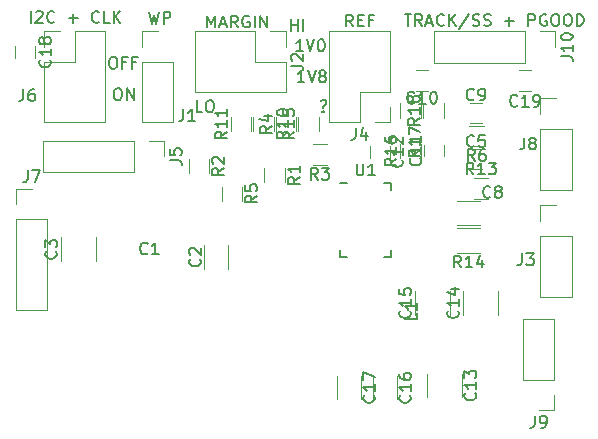
<source format=gto>
G04 #@! TF.FileFunction,Legend,Top*
%FSLAX46Y46*%
G04 Gerber Fmt 4.6, Leading zero omitted, Abs format (unit mm)*
G04 Created by KiCad (PCBNEW 4.0.7) date Sat Nov 18 21:15:49 2017*
%MOMM*%
%LPD*%
G01*
G04 APERTURE LIST*
%ADD10C,0.100000*%
%ADD11C,0.150000*%
%ADD12C,0.120000*%
G04 APERTURE END LIST*
D10*
D11*
X48972152Y-15670381D02*
X49543581Y-15670381D01*
X49257866Y-16670381D02*
X49257866Y-15670381D01*
X50448343Y-16670381D02*
X50115009Y-16194190D01*
X49876914Y-16670381D02*
X49876914Y-15670381D01*
X50257867Y-15670381D01*
X50353105Y-15718000D01*
X50400724Y-15765619D01*
X50448343Y-15860857D01*
X50448343Y-16003714D01*
X50400724Y-16098952D01*
X50353105Y-16146571D01*
X50257867Y-16194190D01*
X49876914Y-16194190D01*
X50829295Y-16384667D02*
X51305486Y-16384667D01*
X50734057Y-16670381D02*
X51067390Y-15670381D01*
X51400724Y-16670381D01*
X52305486Y-16575143D02*
X52257867Y-16622762D01*
X52115010Y-16670381D01*
X52019772Y-16670381D01*
X51876914Y-16622762D01*
X51781676Y-16527524D01*
X51734057Y-16432286D01*
X51686438Y-16241810D01*
X51686438Y-16098952D01*
X51734057Y-15908476D01*
X51781676Y-15813238D01*
X51876914Y-15718000D01*
X52019772Y-15670381D01*
X52115010Y-15670381D01*
X52257867Y-15718000D01*
X52305486Y-15765619D01*
X52734057Y-16670381D02*
X52734057Y-15670381D01*
X53305486Y-16670381D02*
X52876914Y-16098952D01*
X53305486Y-15670381D02*
X52734057Y-16241810D01*
X54448343Y-15622762D02*
X53591200Y-16908476D01*
X54734057Y-16622762D02*
X54876914Y-16670381D01*
X55115010Y-16670381D01*
X55210248Y-16622762D01*
X55257867Y-16575143D01*
X55305486Y-16479905D01*
X55305486Y-16384667D01*
X55257867Y-16289429D01*
X55210248Y-16241810D01*
X55115010Y-16194190D01*
X54924533Y-16146571D01*
X54829295Y-16098952D01*
X54781676Y-16051333D01*
X54734057Y-15956095D01*
X54734057Y-15860857D01*
X54781676Y-15765619D01*
X54829295Y-15718000D01*
X54924533Y-15670381D01*
X55162629Y-15670381D01*
X55305486Y-15718000D01*
X55686438Y-16622762D02*
X55829295Y-16670381D01*
X56067391Y-16670381D01*
X56162629Y-16622762D01*
X56210248Y-16575143D01*
X56257867Y-16479905D01*
X56257867Y-16384667D01*
X56210248Y-16289429D01*
X56162629Y-16241810D01*
X56067391Y-16194190D01*
X55876914Y-16146571D01*
X55781676Y-16098952D01*
X55734057Y-16051333D01*
X55686438Y-15956095D01*
X55686438Y-15860857D01*
X55734057Y-15765619D01*
X55781676Y-15718000D01*
X55876914Y-15670381D01*
X56115010Y-15670381D01*
X56257867Y-15718000D01*
X57448343Y-16289429D02*
X58210248Y-16289429D01*
X57829296Y-16670381D02*
X57829296Y-15908476D01*
X59448343Y-16670381D02*
X59448343Y-15670381D01*
X59829296Y-15670381D01*
X59924534Y-15718000D01*
X59972153Y-15765619D01*
X60019772Y-15860857D01*
X60019772Y-16003714D01*
X59972153Y-16098952D01*
X59924534Y-16146571D01*
X59829296Y-16194190D01*
X59448343Y-16194190D01*
X60972153Y-15718000D02*
X60876915Y-15670381D01*
X60734058Y-15670381D01*
X60591200Y-15718000D01*
X60495962Y-15813238D01*
X60448343Y-15908476D01*
X60400724Y-16098952D01*
X60400724Y-16241810D01*
X60448343Y-16432286D01*
X60495962Y-16527524D01*
X60591200Y-16622762D01*
X60734058Y-16670381D01*
X60829296Y-16670381D01*
X60972153Y-16622762D01*
X61019772Y-16575143D01*
X61019772Y-16241810D01*
X60829296Y-16241810D01*
X61638819Y-15670381D02*
X61829296Y-15670381D01*
X61924534Y-15718000D01*
X62019772Y-15813238D01*
X62067391Y-16003714D01*
X62067391Y-16337048D01*
X62019772Y-16527524D01*
X61924534Y-16622762D01*
X61829296Y-16670381D01*
X61638819Y-16670381D01*
X61543581Y-16622762D01*
X61448343Y-16527524D01*
X61400724Y-16337048D01*
X61400724Y-16003714D01*
X61448343Y-15813238D01*
X61543581Y-15718000D01*
X61638819Y-15670381D01*
X62686438Y-15670381D02*
X62876915Y-15670381D01*
X62972153Y-15718000D01*
X63067391Y-15813238D01*
X63115010Y-16003714D01*
X63115010Y-16337048D01*
X63067391Y-16527524D01*
X62972153Y-16622762D01*
X62876915Y-16670381D01*
X62686438Y-16670381D01*
X62591200Y-16622762D01*
X62495962Y-16527524D01*
X62448343Y-16337048D01*
X62448343Y-16003714D01*
X62495962Y-15813238D01*
X62591200Y-15718000D01*
X62686438Y-15670381D01*
X63543581Y-16670381D02*
X63543581Y-15670381D01*
X63781676Y-15670381D01*
X63924534Y-15718000D01*
X64019772Y-15813238D01*
X64067391Y-15908476D01*
X64115010Y-16098952D01*
X64115010Y-16241810D01*
X64067391Y-16432286D01*
X64019772Y-16527524D01*
X63924534Y-16622762D01*
X63781676Y-16670381D01*
X63543581Y-16670381D01*
X44589772Y-16721181D02*
X44256438Y-16244990D01*
X44018343Y-16721181D02*
X44018343Y-15721181D01*
X44399296Y-15721181D01*
X44494534Y-15768800D01*
X44542153Y-15816419D01*
X44589772Y-15911657D01*
X44589772Y-16054514D01*
X44542153Y-16149752D01*
X44494534Y-16197371D01*
X44399296Y-16244990D01*
X44018343Y-16244990D01*
X45018343Y-16197371D02*
X45351677Y-16197371D01*
X45494534Y-16721181D02*
X45018343Y-16721181D01*
X45018343Y-15721181D01*
X45494534Y-15721181D01*
X46256439Y-16197371D02*
X45923105Y-16197371D01*
X45923105Y-16721181D02*
X45923105Y-15721181D01*
X46399296Y-15721181D01*
X40478153Y-21445581D02*
X39906724Y-21445581D01*
X40192438Y-21445581D02*
X40192438Y-20445581D01*
X40097200Y-20588438D01*
X40001962Y-20683676D01*
X39906724Y-20731295D01*
X40763867Y-20445581D02*
X41097200Y-21445581D01*
X41430534Y-20445581D01*
X41906724Y-20874152D02*
X41811486Y-20826533D01*
X41763867Y-20778914D01*
X41716248Y-20683676D01*
X41716248Y-20636057D01*
X41763867Y-20540819D01*
X41811486Y-20493200D01*
X41906724Y-20445581D01*
X42097201Y-20445581D01*
X42192439Y-20493200D01*
X42240058Y-20540819D01*
X42287677Y-20636057D01*
X42287677Y-20683676D01*
X42240058Y-20778914D01*
X42192439Y-20826533D01*
X42097201Y-20874152D01*
X41906724Y-20874152D01*
X41811486Y-20921771D01*
X41763867Y-20969390D01*
X41716248Y-21064629D01*
X41716248Y-21255105D01*
X41763867Y-21350343D01*
X41811486Y-21397962D01*
X41906724Y-21445581D01*
X42097201Y-21445581D01*
X42192439Y-21397962D01*
X42240058Y-21350343D01*
X42287677Y-21255105D01*
X42287677Y-21064629D01*
X42240058Y-20969390D01*
X42192439Y-20921771D01*
X42097201Y-20874152D01*
X40376553Y-18803981D02*
X39805124Y-18803981D01*
X40090838Y-18803981D02*
X40090838Y-17803981D01*
X39995600Y-17946838D01*
X39900362Y-18042076D01*
X39805124Y-18089695D01*
X40662267Y-17803981D02*
X40995600Y-18803981D01*
X41328934Y-17803981D01*
X41852743Y-17803981D02*
X41947982Y-17803981D01*
X42043220Y-17851600D01*
X42090839Y-17899219D01*
X42138458Y-17994457D01*
X42186077Y-18184933D01*
X42186077Y-18423029D01*
X42138458Y-18613505D01*
X42090839Y-18708743D01*
X42043220Y-18756362D01*
X41947982Y-18803981D01*
X41852743Y-18803981D01*
X41757505Y-18756362D01*
X41709886Y-18708743D01*
X41662267Y-18613505D01*
X41614648Y-18423029D01*
X41614648Y-18184933D01*
X41662267Y-17994457D01*
X41709886Y-17899219D01*
X41757505Y-17851600D01*
X41852743Y-17803981D01*
X42052881Y-23877643D02*
X42100500Y-23925262D01*
X42052881Y-23972881D01*
X42005262Y-23925262D01*
X42052881Y-23877643D01*
X42052881Y-23972881D01*
X41862405Y-23020500D02*
X41957643Y-22972881D01*
X42195739Y-22972881D01*
X42290977Y-23020500D01*
X42338596Y-23115738D01*
X42338596Y-23210976D01*
X42290977Y-23306214D01*
X42243358Y-23353833D01*
X42148119Y-23401452D01*
X42100500Y-23449071D01*
X42052881Y-23544310D01*
X42052881Y-23591929D01*
X39354191Y-17127581D02*
X39354191Y-16127581D01*
X39354191Y-16603771D02*
X39925620Y-16603771D01*
X39925620Y-17127581D02*
X39925620Y-16127581D01*
X40401810Y-17127581D02*
X40401810Y-16127581D01*
X31853215Y-23972881D02*
X31377024Y-23972881D01*
X31377024Y-22972881D01*
X32377024Y-22972881D02*
X32567501Y-22972881D01*
X32662739Y-23020500D01*
X32757977Y-23115738D01*
X32805596Y-23306214D01*
X32805596Y-23639548D01*
X32757977Y-23830024D01*
X32662739Y-23925262D01*
X32567501Y-23972881D01*
X32377024Y-23972881D01*
X32281786Y-23925262D01*
X32186548Y-23830024D01*
X32138929Y-23639548D01*
X32138929Y-23306214D01*
X32186548Y-23115738D01*
X32281786Y-23020500D01*
X32377024Y-22972881D01*
X32274191Y-16797381D02*
X32274191Y-15797381D01*
X32607525Y-16511667D01*
X32940858Y-15797381D01*
X32940858Y-16797381D01*
X33369429Y-16511667D02*
X33845620Y-16511667D01*
X33274191Y-16797381D02*
X33607524Y-15797381D01*
X33940858Y-16797381D01*
X34845620Y-16797381D02*
X34512286Y-16321190D01*
X34274191Y-16797381D02*
X34274191Y-15797381D01*
X34655144Y-15797381D01*
X34750382Y-15845000D01*
X34798001Y-15892619D01*
X34845620Y-15987857D01*
X34845620Y-16130714D01*
X34798001Y-16225952D01*
X34750382Y-16273571D01*
X34655144Y-16321190D01*
X34274191Y-16321190D01*
X35798001Y-15845000D02*
X35702763Y-15797381D01*
X35559906Y-15797381D01*
X35417048Y-15845000D01*
X35321810Y-15940238D01*
X35274191Y-16035476D01*
X35226572Y-16225952D01*
X35226572Y-16368810D01*
X35274191Y-16559286D01*
X35321810Y-16654524D01*
X35417048Y-16749762D01*
X35559906Y-16797381D01*
X35655144Y-16797381D01*
X35798001Y-16749762D01*
X35845620Y-16702143D01*
X35845620Y-16368810D01*
X35655144Y-16368810D01*
X36274191Y-16797381D02*
X36274191Y-15797381D01*
X36750381Y-16797381D02*
X36750381Y-15797381D01*
X37321810Y-16797381D01*
X37321810Y-15797381D01*
X24590452Y-21956881D02*
X24780929Y-21956881D01*
X24876167Y-22004500D01*
X24971405Y-22099738D01*
X25019024Y-22290214D01*
X25019024Y-22623548D01*
X24971405Y-22814024D01*
X24876167Y-22909262D01*
X24780929Y-22956881D01*
X24590452Y-22956881D01*
X24495214Y-22909262D01*
X24399976Y-22814024D01*
X24352357Y-22623548D01*
X24352357Y-22290214D01*
X24399976Y-22099738D01*
X24495214Y-22004500D01*
X24590452Y-21956881D01*
X25447595Y-22956881D02*
X25447595Y-21956881D01*
X26019024Y-22956881D01*
X26019024Y-21956881D01*
X24193619Y-19289881D02*
X24384096Y-19289881D01*
X24479334Y-19337500D01*
X24574572Y-19432738D01*
X24622191Y-19623214D01*
X24622191Y-19956548D01*
X24574572Y-20147024D01*
X24479334Y-20242262D01*
X24384096Y-20289881D01*
X24193619Y-20289881D01*
X24098381Y-20242262D01*
X24003143Y-20147024D01*
X23955524Y-19956548D01*
X23955524Y-19623214D01*
X24003143Y-19432738D01*
X24098381Y-19337500D01*
X24193619Y-19289881D01*
X25384096Y-19766071D02*
X25050762Y-19766071D01*
X25050762Y-20289881D02*
X25050762Y-19289881D01*
X25526953Y-19289881D01*
X26241239Y-19766071D02*
X25907905Y-19766071D01*
X25907905Y-20289881D02*
X25907905Y-19289881D01*
X26384096Y-19289881D01*
X27328929Y-15479881D02*
X27567024Y-16479881D01*
X27757501Y-15765595D01*
X27947977Y-16479881D01*
X28186072Y-15479881D01*
X28567024Y-16479881D02*
X28567024Y-15479881D01*
X28947977Y-15479881D01*
X29043215Y-15527500D01*
X29090834Y-15575119D01*
X29138453Y-15670357D01*
X29138453Y-15813214D01*
X29090834Y-15908452D01*
X29043215Y-15956071D01*
X28947977Y-16003690D01*
X28567024Y-16003690D01*
X17320095Y-16416381D02*
X17320095Y-15416381D01*
X17748666Y-15511619D02*
X17796285Y-15464000D01*
X17891523Y-15416381D01*
X18129619Y-15416381D01*
X18224857Y-15464000D01*
X18272476Y-15511619D01*
X18320095Y-15606857D01*
X18320095Y-15702095D01*
X18272476Y-15844952D01*
X17701047Y-16416381D01*
X18320095Y-16416381D01*
X19320095Y-16321143D02*
X19272476Y-16368762D01*
X19129619Y-16416381D01*
X19034381Y-16416381D01*
X18891523Y-16368762D01*
X18796285Y-16273524D01*
X18748666Y-16178286D01*
X18701047Y-15987810D01*
X18701047Y-15844952D01*
X18748666Y-15654476D01*
X18796285Y-15559238D01*
X18891523Y-15464000D01*
X19034381Y-15416381D01*
X19129619Y-15416381D01*
X19272476Y-15464000D01*
X19320095Y-15511619D01*
X20510571Y-16035429D02*
X21272476Y-16035429D01*
X20891524Y-16416381D02*
X20891524Y-15654476D01*
X23082000Y-16321143D02*
X23034381Y-16368762D01*
X22891524Y-16416381D01*
X22796286Y-16416381D01*
X22653428Y-16368762D01*
X22558190Y-16273524D01*
X22510571Y-16178286D01*
X22462952Y-15987810D01*
X22462952Y-15844952D01*
X22510571Y-15654476D01*
X22558190Y-15559238D01*
X22653428Y-15464000D01*
X22796286Y-15416381D01*
X22891524Y-15416381D01*
X23034381Y-15464000D01*
X23082000Y-15511619D01*
X23986762Y-16416381D02*
X23510571Y-16416381D01*
X23510571Y-15416381D01*
X24320095Y-16416381D02*
X24320095Y-15416381D01*
X24891524Y-16416381D02*
X24462952Y-15844952D01*
X24891524Y-15416381D02*
X24320095Y-15987810D01*
D12*
X32000000Y-35251900D02*
X32000000Y-37251900D01*
X34040000Y-37251900D02*
X34040000Y-35251900D01*
X19856000Y-34585400D02*
X19856000Y-36585400D01*
X22816000Y-36585400D02*
X22816000Y-34585400D01*
X55387500Y-31517400D02*
X53387500Y-31517400D01*
X53387500Y-33557400D02*
X55387500Y-33557400D01*
X53804000Y-48111000D02*
X53804000Y-46111000D01*
X50844000Y-46111000D02*
X50844000Y-48111000D01*
X53892000Y-39125900D02*
X53892000Y-41125900D01*
X56852000Y-41125900D02*
X56852000Y-39125900D01*
X49828000Y-39125900D02*
X49828000Y-41125900D01*
X52788000Y-41125900D02*
X52788000Y-39125900D01*
X48327500Y-48301400D02*
X48327500Y-46301400D01*
X46287500Y-46301400D02*
X46287500Y-48301400D01*
X45279500Y-48301400D02*
X45279500Y-46301400D01*
X43239500Y-46301400D02*
X43239500Y-48301400D01*
X26737000Y-24850400D02*
X29397000Y-24850400D01*
X26737000Y-19710400D02*
X26737000Y-24850400D01*
X29397000Y-19710400D02*
X29397000Y-24850400D01*
X26737000Y-19710400D02*
X29397000Y-19710400D01*
X26737000Y-18440400D02*
X26737000Y-17110400D01*
X26737000Y-17110400D02*
X28067000Y-17110400D01*
X31182000Y-17110400D02*
X31182000Y-22310400D01*
X36322000Y-17110400D02*
X31182000Y-17110400D01*
X38922000Y-22310400D02*
X31182000Y-22310400D01*
X36322000Y-17110400D02*
X36322000Y-19710400D01*
X36322000Y-19710400D02*
X38922000Y-19710400D01*
X38922000Y-19710400D02*
X38922000Y-22310400D01*
X37592000Y-17110400D02*
X38922000Y-17110400D01*
X38922000Y-17110400D02*
X38922000Y-18440400D01*
X60442800Y-39595200D02*
X63102800Y-39595200D01*
X60442800Y-34455200D02*
X60442800Y-39595200D01*
X63102800Y-34455200D02*
X63102800Y-39595200D01*
X60442800Y-34455200D02*
X63102800Y-34455200D01*
X60442800Y-33185200D02*
X60442800Y-31855200D01*
X60442800Y-31855200D02*
X61772800Y-31855200D01*
X47748500Y-17110400D02*
X42548500Y-17110400D01*
X47748500Y-22250400D02*
X47748500Y-17110400D01*
X42548500Y-24850400D02*
X42548500Y-17110400D01*
X47748500Y-22250400D02*
X45148500Y-22250400D01*
X45148500Y-22250400D02*
X45148500Y-24850400D01*
X45148500Y-24850400D02*
X42548500Y-24850400D01*
X47748500Y-23520400D02*
X47748500Y-24850400D01*
X47748500Y-24850400D02*
X46418500Y-24850400D01*
X18355000Y-26381400D02*
X18355000Y-29041400D01*
X26035000Y-26381400D02*
X18355000Y-26381400D01*
X26035000Y-29041400D02*
X18355000Y-29041400D01*
X26035000Y-26381400D02*
X26035000Y-29041400D01*
X27305000Y-26381400D02*
X28635000Y-26381400D01*
X28635000Y-26381400D02*
X28635000Y-27711400D01*
X60442800Y-30552800D02*
X63102800Y-30552800D01*
X60442800Y-25412800D02*
X60442800Y-30552800D01*
X63102800Y-25412800D02*
X63102800Y-30552800D01*
X60442800Y-25412800D02*
X63102800Y-25412800D01*
X60442800Y-24142800D02*
X60442800Y-22812800D01*
X60442800Y-22812800D02*
X61772800Y-22812800D01*
D11*
X47781500Y-29996600D02*
X47781500Y-30596600D01*
X43531500Y-36246600D02*
X43531500Y-35646600D01*
X47781500Y-36246600D02*
X47781500Y-35646600D01*
X43531500Y-29996600D02*
X44131500Y-29996600D01*
X43531500Y-36246600D02*
X44131500Y-36246600D01*
X47781500Y-36246600D02*
X47181500Y-36246600D01*
X47781500Y-29996600D02*
X47181500Y-29996600D01*
D12*
X61655000Y-41494400D02*
X58995000Y-41494400D01*
X61655000Y-46634400D02*
X61655000Y-41494400D01*
X58995000Y-46634400D02*
X58995000Y-41494400D01*
X61655000Y-46634400D02*
X58995000Y-46634400D01*
X61655000Y-47904400D02*
X61655000Y-49234400D01*
X61655000Y-49234400D02*
X60325000Y-49234400D01*
X55507000Y-23178400D02*
X54507000Y-23178400D01*
X54507000Y-24878400D02*
X55507000Y-24878400D01*
X49935000Y-22147900D02*
X50935000Y-22147900D01*
X50935000Y-20447900D02*
X49935000Y-20447900D01*
X50585000Y-26719400D02*
X50585000Y-27719400D01*
X52285000Y-27719400D02*
X52285000Y-26719400D01*
X47713000Y-27846400D02*
X47713000Y-26846400D01*
X46013000Y-26846400D02*
X46013000Y-27846400D01*
X37093000Y-29896400D02*
X37093000Y-28696400D01*
X38853000Y-28696400D02*
X38853000Y-29896400D01*
X30679500Y-29139400D02*
X30679500Y-27939400D01*
X32439500Y-27939400D02*
X32439500Y-29139400D01*
X41185500Y-26704400D02*
X42385500Y-26704400D01*
X42385500Y-28464400D02*
X41185500Y-28464400D01*
X39805500Y-24378400D02*
X39805500Y-25578400D01*
X38045500Y-25578400D02*
X38045500Y-24378400D01*
X33473500Y-31483900D02*
X33473500Y-30283900D01*
X35233500Y-30283900D02*
X35233500Y-31483900D01*
X54454500Y-25116900D02*
X55654500Y-25116900D01*
X55654500Y-26876900D02*
X54454500Y-26876900D01*
X36140500Y-25578400D02*
X36140500Y-24378400D01*
X37900500Y-24378400D02*
X37900500Y-25578400D01*
X35995500Y-24380900D02*
X35995500Y-25580900D01*
X34235500Y-25580900D02*
X34235500Y-24380900D01*
X56035500Y-31321900D02*
X54835500Y-31321900D01*
X54835500Y-29561900D02*
X56035500Y-29561900D01*
X53388000Y-33753400D02*
X55388000Y-33753400D01*
X55388000Y-35893400D02*
X53388000Y-35893400D01*
X41710500Y-24378400D02*
X41710500Y-25578400D01*
X39950500Y-25578400D02*
X39950500Y-24378400D01*
X50346500Y-26669400D02*
X50346500Y-27869400D01*
X48586500Y-27869400D02*
X48586500Y-26669400D01*
X48586500Y-24440400D02*
X48586500Y-23240400D01*
X50346500Y-23240400D02*
X50346500Y-24440400D01*
X52315000Y-23237900D02*
X52315000Y-24437900D01*
X50555000Y-24437900D02*
X50555000Y-23237900D01*
X55507000Y-27115400D02*
X54507000Y-27115400D01*
X54507000Y-28815400D02*
X55507000Y-28815400D01*
X18418500Y-24850400D02*
X23618500Y-24850400D01*
X18418500Y-19710400D02*
X18418500Y-24850400D01*
X23618500Y-17110400D02*
X23618500Y-24850400D01*
X18418500Y-19710400D02*
X21018500Y-19710400D01*
X21018500Y-19710400D02*
X21018500Y-17110400D01*
X21018500Y-17110400D02*
X23618500Y-17110400D01*
X18418500Y-18440400D02*
X18418500Y-17110400D01*
X18418500Y-17110400D02*
X19748500Y-17110400D01*
X17677500Y-19404900D02*
X17677500Y-18404900D01*
X15977500Y-18404900D02*
X15977500Y-19404900D01*
X16069000Y-40725400D02*
X18729000Y-40725400D01*
X16069000Y-33045400D02*
X16069000Y-40725400D01*
X18729000Y-33045400D02*
X18729000Y-40725400D01*
X16069000Y-33045400D02*
X18729000Y-33045400D01*
X16069000Y-31775400D02*
X16069000Y-30445400D01*
X16069000Y-30445400D02*
X17399000Y-30445400D01*
X51451200Y-17123200D02*
X51451200Y-19783200D01*
X59131200Y-17123200D02*
X51451200Y-17123200D01*
X59131200Y-19783200D02*
X51451200Y-19783200D01*
X59131200Y-17123200D02*
X59131200Y-19783200D01*
X60401200Y-17123200D02*
X61731200Y-17123200D01*
X61731200Y-17123200D02*
X61731200Y-18453200D01*
X58651200Y-22148000D02*
X59651200Y-22148000D01*
X59651200Y-20448000D02*
X58651200Y-20448000D01*
D11*
X27201834Y-35928543D02*
X27154215Y-35976162D01*
X27011358Y-36023781D01*
X26916120Y-36023781D01*
X26773262Y-35976162D01*
X26678024Y-35880924D01*
X26630405Y-35785686D01*
X26582786Y-35595210D01*
X26582786Y-35452352D01*
X26630405Y-35261876D01*
X26678024Y-35166638D01*
X26773262Y-35071400D01*
X26916120Y-35023781D01*
X27011358Y-35023781D01*
X27154215Y-35071400D01*
X27201834Y-35119019D01*
X28154215Y-36023781D02*
X27582786Y-36023781D01*
X27868500Y-36023781D02*
X27868500Y-35023781D01*
X27773262Y-35166638D01*
X27678024Y-35261876D01*
X27582786Y-35309495D01*
X31627143Y-36418566D02*
X31674762Y-36466185D01*
X31722381Y-36609042D01*
X31722381Y-36704280D01*
X31674762Y-36847138D01*
X31579524Y-36942376D01*
X31484286Y-36989995D01*
X31293810Y-37037614D01*
X31150952Y-37037614D01*
X30960476Y-36989995D01*
X30865238Y-36942376D01*
X30770000Y-36847138D01*
X30722381Y-36704280D01*
X30722381Y-36609042D01*
X30770000Y-36466185D01*
X30817619Y-36418566D01*
X30817619Y-36037614D02*
X30770000Y-35989995D01*
X30722381Y-35894757D01*
X30722381Y-35656661D01*
X30770000Y-35561423D01*
X30817619Y-35513804D01*
X30912857Y-35466185D01*
X31008095Y-35466185D01*
X31150952Y-35513804D01*
X31722381Y-36085233D01*
X31722381Y-35466185D01*
X19443143Y-35752066D02*
X19490762Y-35799685D01*
X19538381Y-35942542D01*
X19538381Y-36037780D01*
X19490762Y-36180638D01*
X19395524Y-36275876D01*
X19300286Y-36323495D01*
X19109810Y-36371114D01*
X18966952Y-36371114D01*
X18776476Y-36323495D01*
X18681238Y-36275876D01*
X18586000Y-36180638D01*
X18538381Y-36037780D01*
X18538381Y-35942542D01*
X18586000Y-35799685D01*
X18633619Y-35752066D01*
X18538381Y-35418733D02*
X18538381Y-34799685D01*
X18919333Y-35133019D01*
X18919333Y-34990161D01*
X18966952Y-34894923D01*
X19014571Y-34847304D01*
X19109810Y-34799685D01*
X19347905Y-34799685D01*
X19443143Y-34847304D01*
X19490762Y-34894923D01*
X19538381Y-34990161D01*
X19538381Y-35275876D01*
X19490762Y-35371114D01*
X19443143Y-35418733D01*
X56221334Y-31144543D02*
X56173715Y-31192162D01*
X56030858Y-31239781D01*
X55935620Y-31239781D01*
X55792762Y-31192162D01*
X55697524Y-31096924D01*
X55649905Y-31001686D01*
X55602286Y-30811210D01*
X55602286Y-30668352D01*
X55649905Y-30477876D01*
X55697524Y-30382638D01*
X55792762Y-30287400D01*
X55935620Y-30239781D01*
X56030858Y-30239781D01*
X56173715Y-30287400D01*
X56221334Y-30335019D01*
X56792762Y-30668352D02*
X56697524Y-30620733D01*
X56649905Y-30573114D01*
X56602286Y-30477876D01*
X56602286Y-30430257D01*
X56649905Y-30335019D01*
X56697524Y-30287400D01*
X56792762Y-30239781D01*
X56983239Y-30239781D01*
X57078477Y-30287400D01*
X57126096Y-30335019D01*
X57173715Y-30430257D01*
X57173715Y-30477876D01*
X57126096Y-30573114D01*
X57078477Y-30620733D01*
X56983239Y-30668352D01*
X56792762Y-30668352D01*
X56697524Y-30715971D01*
X56649905Y-30763590D01*
X56602286Y-30858829D01*
X56602286Y-31049305D01*
X56649905Y-31144543D01*
X56697524Y-31192162D01*
X56792762Y-31239781D01*
X56983239Y-31239781D01*
X57078477Y-31192162D01*
X57126096Y-31144543D01*
X57173715Y-31049305D01*
X57173715Y-30858829D01*
X57126096Y-30763590D01*
X57078477Y-30715971D01*
X56983239Y-30668352D01*
X54931143Y-47753857D02*
X54978762Y-47801476D01*
X55026381Y-47944333D01*
X55026381Y-48039571D01*
X54978762Y-48182429D01*
X54883524Y-48277667D01*
X54788286Y-48325286D01*
X54597810Y-48372905D01*
X54454952Y-48372905D01*
X54264476Y-48325286D01*
X54169238Y-48277667D01*
X54074000Y-48182429D01*
X54026381Y-48039571D01*
X54026381Y-47944333D01*
X54074000Y-47801476D01*
X54121619Y-47753857D01*
X55026381Y-46801476D02*
X55026381Y-47372905D01*
X55026381Y-47087191D02*
X54026381Y-47087191D01*
X54169238Y-47182429D01*
X54264476Y-47277667D01*
X54312095Y-47372905D01*
X54026381Y-46468143D02*
X54026381Y-45849095D01*
X54407333Y-46182429D01*
X54407333Y-46039571D01*
X54454952Y-45944333D01*
X54502571Y-45896714D01*
X54597810Y-45849095D01*
X54835905Y-45849095D01*
X54931143Y-45896714D01*
X54978762Y-45944333D01*
X55026381Y-46039571D01*
X55026381Y-46325286D01*
X54978762Y-46420524D01*
X54931143Y-46468143D01*
X53479143Y-40768757D02*
X53526762Y-40816376D01*
X53574381Y-40959233D01*
X53574381Y-41054471D01*
X53526762Y-41197329D01*
X53431524Y-41292567D01*
X53336286Y-41340186D01*
X53145810Y-41387805D01*
X53002952Y-41387805D01*
X52812476Y-41340186D01*
X52717238Y-41292567D01*
X52622000Y-41197329D01*
X52574381Y-41054471D01*
X52574381Y-40959233D01*
X52622000Y-40816376D01*
X52669619Y-40768757D01*
X53574381Y-39816376D02*
X53574381Y-40387805D01*
X53574381Y-40102091D02*
X52574381Y-40102091D01*
X52717238Y-40197329D01*
X52812476Y-40292567D01*
X52860095Y-40387805D01*
X52907714Y-38959233D02*
X53574381Y-38959233D01*
X52526762Y-39197329D02*
X53241048Y-39435424D01*
X53241048Y-38816376D01*
X49415143Y-40768757D02*
X49462762Y-40816376D01*
X49510381Y-40959233D01*
X49510381Y-41054471D01*
X49462762Y-41197329D01*
X49367524Y-41292567D01*
X49272286Y-41340186D01*
X49081810Y-41387805D01*
X48938952Y-41387805D01*
X48748476Y-41340186D01*
X48653238Y-41292567D01*
X48558000Y-41197329D01*
X48510381Y-41054471D01*
X48510381Y-40959233D01*
X48558000Y-40816376D01*
X48605619Y-40768757D01*
X49510381Y-39816376D02*
X49510381Y-40387805D01*
X49510381Y-40102091D02*
X48510381Y-40102091D01*
X48653238Y-40197329D01*
X48748476Y-40292567D01*
X48796095Y-40387805D01*
X48510381Y-38911614D02*
X48510381Y-39387805D01*
X48986571Y-39435424D01*
X48938952Y-39387805D01*
X48891333Y-39292567D01*
X48891333Y-39054471D01*
X48938952Y-38959233D01*
X48986571Y-38911614D01*
X49081810Y-38863995D01*
X49319905Y-38863995D01*
X49415143Y-38911614D01*
X49462762Y-38959233D01*
X49510381Y-39054471D01*
X49510381Y-39292567D01*
X49462762Y-39387805D01*
X49415143Y-39435424D01*
X49414643Y-47944257D02*
X49462262Y-47991876D01*
X49509881Y-48134733D01*
X49509881Y-48229971D01*
X49462262Y-48372829D01*
X49367024Y-48468067D01*
X49271786Y-48515686D01*
X49081310Y-48563305D01*
X48938452Y-48563305D01*
X48747976Y-48515686D01*
X48652738Y-48468067D01*
X48557500Y-48372829D01*
X48509881Y-48229971D01*
X48509881Y-48134733D01*
X48557500Y-47991876D01*
X48605119Y-47944257D01*
X49509881Y-46991876D02*
X49509881Y-47563305D01*
X49509881Y-47277591D02*
X48509881Y-47277591D01*
X48652738Y-47372829D01*
X48747976Y-47468067D01*
X48795595Y-47563305D01*
X48509881Y-46134733D02*
X48509881Y-46325210D01*
X48557500Y-46420448D01*
X48605119Y-46468067D01*
X48747976Y-46563305D01*
X48938452Y-46610924D01*
X49319405Y-46610924D01*
X49414643Y-46563305D01*
X49462262Y-46515686D01*
X49509881Y-46420448D01*
X49509881Y-46229971D01*
X49462262Y-46134733D01*
X49414643Y-46087114D01*
X49319405Y-46039495D01*
X49081310Y-46039495D01*
X48986071Y-46087114D01*
X48938452Y-46134733D01*
X48890833Y-46229971D01*
X48890833Y-46420448D01*
X48938452Y-46515686D01*
X48986071Y-46563305D01*
X49081310Y-46610924D01*
X46366643Y-47944257D02*
X46414262Y-47991876D01*
X46461881Y-48134733D01*
X46461881Y-48229971D01*
X46414262Y-48372829D01*
X46319024Y-48468067D01*
X46223786Y-48515686D01*
X46033310Y-48563305D01*
X45890452Y-48563305D01*
X45699976Y-48515686D01*
X45604738Y-48468067D01*
X45509500Y-48372829D01*
X45461881Y-48229971D01*
X45461881Y-48134733D01*
X45509500Y-47991876D01*
X45557119Y-47944257D01*
X46461881Y-46991876D02*
X46461881Y-47563305D01*
X46461881Y-47277591D02*
X45461881Y-47277591D01*
X45604738Y-47372829D01*
X45699976Y-47468067D01*
X45747595Y-47563305D01*
X45461881Y-46658543D02*
X45461881Y-45991876D01*
X46461881Y-46420448D01*
X30210167Y-23734881D02*
X30210167Y-24449167D01*
X30162547Y-24592024D01*
X30067309Y-24687262D01*
X29924452Y-24734881D01*
X29829214Y-24734881D01*
X31210167Y-24734881D02*
X30638738Y-24734881D01*
X30924452Y-24734881D02*
X30924452Y-23734881D01*
X30829214Y-23877738D01*
X30733976Y-23972976D01*
X30638738Y-24020595D01*
X39374381Y-20043733D02*
X40088667Y-20043733D01*
X40231524Y-20091353D01*
X40326762Y-20186591D01*
X40374381Y-20329448D01*
X40374381Y-20424686D01*
X39469619Y-19615162D02*
X39422000Y-19567543D01*
X39374381Y-19472305D01*
X39374381Y-19234209D01*
X39422000Y-19138971D01*
X39469619Y-19091352D01*
X39564857Y-19043733D01*
X39660095Y-19043733D01*
X39802952Y-19091352D01*
X40374381Y-19662781D01*
X40374381Y-19043733D01*
X58899467Y-35939581D02*
X58899467Y-36653867D01*
X58851847Y-36796724D01*
X58756609Y-36891962D01*
X58613752Y-36939581D01*
X58518514Y-36939581D01*
X59280419Y-35939581D02*
X59899467Y-35939581D01*
X59566133Y-36320533D01*
X59708991Y-36320533D01*
X59804229Y-36368152D01*
X59851848Y-36415771D01*
X59899467Y-36511010D01*
X59899467Y-36749105D01*
X59851848Y-36844343D01*
X59804229Y-36891962D01*
X59708991Y-36939581D01*
X59423276Y-36939581D01*
X59328038Y-36891962D01*
X59280419Y-36844343D01*
X44815167Y-25302781D02*
X44815167Y-26017067D01*
X44767547Y-26159924D01*
X44672309Y-26255162D01*
X44529452Y-26302781D01*
X44434214Y-26302781D01*
X45719929Y-25636114D02*
X45719929Y-26302781D01*
X45481833Y-25255162D02*
X45243738Y-25969448D01*
X45862786Y-25969448D01*
X29087381Y-28044733D02*
X29801667Y-28044733D01*
X29944524Y-28092353D01*
X30039762Y-28187591D01*
X30087381Y-28330448D01*
X30087381Y-28425686D01*
X29087381Y-27092352D02*
X29087381Y-27568543D01*
X29563571Y-27616162D01*
X29515952Y-27568543D01*
X29468333Y-27473305D01*
X29468333Y-27235209D01*
X29515952Y-27139971D01*
X29563571Y-27092352D01*
X29658810Y-27044733D01*
X29896905Y-27044733D01*
X29992143Y-27092352D01*
X30039762Y-27139971D01*
X30087381Y-27235209D01*
X30087381Y-27473305D01*
X30039762Y-27568543D01*
X29992143Y-27616162D01*
X59089967Y-26135181D02*
X59089967Y-26849467D01*
X59042347Y-26992324D01*
X58947109Y-27087562D01*
X58804252Y-27135181D01*
X58709014Y-27135181D01*
X59709014Y-26563752D02*
X59613776Y-26516133D01*
X59566157Y-26468514D01*
X59518538Y-26373276D01*
X59518538Y-26325657D01*
X59566157Y-26230419D01*
X59613776Y-26182800D01*
X59709014Y-26135181D01*
X59899491Y-26135181D01*
X59994729Y-26182800D01*
X60042348Y-26230419D01*
X60089967Y-26325657D01*
X60089967Y-26373276D01*
X60042348Y-26468514D01*
X59994729Y-26516133D01*
X59899491Y-26563752D01*
X59709014Y-26563752D01*
X59613776Y-26611371D01*
X59566157Y-26658990D01*
X59518538Y-26754229D01*
X59518538Y-26944705D01*
X59566157Y-27039943D01*
X59613776Y-27087562D01*
X59709014Y-27135181D01*
X59899491Y-27135181D01*
X59994729Y-27087562D01*
X60042348Y-27039943D01*
X60089967Y-26944705D01*
X60089967Y-26754229D01*
X60042348Y-26658990D01*
X59994729Y-26611371D01*
X59899491Y-26563752D01*
X49985081Y-40992066D02*
X49985081Y-41468257D01*
X48985081Y-41468257D01*
X49985081Y-40134923D02*
X49985081Y-40706352D01*
X49985081Y-40420638D02*
X48985081Y-40420638D01*
X49127938Y-40515876D01*
X49223176Y-40611114D01*
X49270795Y-40706352D01*
X44894595Y-28323981D02*
X44894595Y-29133505D01*
X44942214Y-29228743D01*
X44989833Y-29276362D01*
X45085071Y-29323981D01*
X45275548Y-29323981D01*
X45370786Y-29276362D01*
X45418405Y-29228743D01*
X45466024Y-29133505D01*
X45466024Y-28323981D01*
X46466024Y-29323981D02*
X45894595Y-29323981D01*
X46180309Y-29323981D02*
X46180309Y-28323981D01*
X46085071Y-28466838D01*
X45989833Y-28562076D01*
X45894595Y-28609695D01*
X59991667Y-49686781D02*
X59991667Y-50401067D01*
X59944047Y-50543924D01*
X59848809Y-50639162D01*
X59705952Y-50686781D01*
X59610714Y-50686781D01*
X60515476Y-50686781D02*
X60705952Y-50686781D01*
X60801191Y-50639162D01*
X60848810Y-50591543D01*
X60944048Y-50448686D01*
X60991667Y-50258210D01*
X60991667Y-49877257D01*
X60944048Y-49782019D01*
X60896429Y-49734400D01*
X60801191Y-49686781D01*
X60610714Y-49686781D01*
X60515476Y-49734400D01*
X60467857Y-49782019D01*
X60420238Y-49877257D01*
X60420238Y-50115352D01*
X60467857Y-50210590D01*
X60515476Y-50258210D01*
X60610714Y-50305829D01*
X60801191Y-50305829D01*
X60896429Y-50258210D01*
X60944048Y-50210590D01*
X60991667Y-50115352D01*
X54840334Y-22885543D02*
X54792715Y-22933162D01*
X54649858Y-22980781D01*
X54554620Y-22980781D01*
X54411762Y-22933162D01*
X54316524Y-22837924D01*
X54268905Y-22742686D01*
X54221286Y-22552210D01*
X54221286Y-22409352D01*
X54268905Y-22218876D01*
X54316524Y-22123638D01*
X54411762Y-22028400D01*
X54554620Y-21980781D01*
X54649858Y-21980781D01*
X54792715Y-22028400D01*
X54840334Y-22076019D01*
X55316524Y-22980781D02*
X55507000Y-22980781D01*
X55602239Y-22933162D01*
X55649858Y-22885543D01*
X55745096Y-22742686D01*
X55792715Y-22552210D01*
X55792715Y-22171257D01*
X55745096Y-22076019D01*
X55697477Y-22028400D01*
X55602239Y-21980781D01*
X55411762Y-21980781D01*
X55316524Y-22028400D01*
X55268905Y-22076019D01*
X55221286Y-22171257D01*
X55221286Y-22409352D01*
X55268905Y-22504590D01*
X55316524Y-22552210D01*
X55411762Y-22599829D01*
X55602239Y-22599829D01*
X55697477Y-22552210D01*
X55745096Y-22504590D01*
X55792715Y-22409352D01*
X49792143Y-23155043D02*
X49744524Y-23202662D01*
X49601667Y-23250281D01*
X49506429Y-23250281D01*
X49363571Y-23202662D01*
X49268333Y-23107424D01*
X49220714Y-23012186D01*
X49173095Y-22821710D01*
X49173095Y-22678852D01*
X49220714Y-22488376D01*
X49268333Y-22393138D01*
X49363571Y-22297900D01*
X49506429Y-22250281D01*
X49601667Y-22250281D01*
X49744524Y-22297900D01*
X49792143Y-22345519D01*
X50744524Y-23250281D02*
X50173095Y-23250281D01*
X50458809Y-23250281D02*
X50458809Y-22250281D01*
X50363571Y-22393138D01*
X50268333Y-22488376D01*
X50173095Y-22535995D01*
X51363571Y-22250281D02*
X51458810Y-22250281D01*
X51554048Y-22297900D01*
X51601667Y-22345519D01*
X51649286Y-22440757D01*
X51696905Y-22631233D01*
X51696905Y-22869329D01*
X51649286Y-23059805D01*
X51601667Y-23155043D01*
X51554048Y-23202662D01*
X51458810Y-23250281D01*
X51363571Y-23250281D01*
X51268333Y-23202662D01*
X51220714Y-23155043D01*
X51173095Y-23059805D01*
X51125476Y-22869329D01*
X51125476Y-22631233D01*
X51173095Y-22440757D01*
X51220714Y-22345519D01*
X51268333Y-22297900D01*
X51363571Y-22250281D01*
X50292143Y-27862257D02*
X50339762Y-27909876D01*
X50387381Y-28052733D01*
X50387381Y-28147971D01*
X50339762Y-28290829D01*
X50244524Y-28386067D01*
X50149286Y-28433686D01*
X49958810Y-28481305D01*
X49815952Y-28481305D01*
X49625476Y-28433686D01*
X49530238Y-28386067D01*
X49435000Y-28290829D01*
X49387381Y-28147971D01*
X49387381Y-28052733D01*
X49435000Y-27909876D01*
X49482619Y-27862257D01*
X50387381Y-26909876D02*
X50387381Y-27481305D01*
X50387381Y-27195591D02*
X49387381Y-27195591D01*
X49530238Y-27290829D01*
X49625476Y-27386067D01*
X49673095Y-27481305D01*
X50387381Y-25957495D02*
X50387381Y-26528924D01*
X50387381Y-26243210D02*
X49387381Y-26243210D01*
X49530238Y-26338448D01*
X49625476Y-26433686D01*
X49673095Y-26528924D01*
X48720143Y-27989257D02*
X48767762Y-28036876D01*
X48815381Y-28179733D01*
X48815381Y-28274971D01*
X48767762Y-28417829D01*
X48672524Y-28513067D01*
X48577286Y-28560686D01*
X48386810Y-28608305D01*
X48243952Y-28608305D01*
X48053476Y-28560686D01*
X47958238Y-28513067D01*
X47863000Y-28417829D01*
X47815381Y-28274971D01*
X47815381Y-28179733D01*
X47863000Y-28036876D01*
X47910619Y-27989257D01*
X48815381Y-27036876D02*
X48815381Y-27608305D01*
X48815381Y-27322591D02*
X47815381Y-27322591D01*
X47958238Y-27417829D01*
X48053476Y-27513067D01*
X48101095Y-27608305D01*
X47910619Y-26655924D02*
X47863000Y-26608305D01*
X47815381Y-26513067D01*
X47815381Y-26274971D01*
X47863000Y-26179733D01*
X47910619Y-26132114D01*
X48005857Y-26084495D01*
X48101095Y-26084495D01*
X48243952Y-26132114D01*
X48815381Y-26703543D01*
X48815381Y-26084495D01*
X40075381Y-29463066D02*
X39599190Y-29796400D01*
X40075381Y-30034495D02*
X39075381Y-30034495D01*
X39075381Y-29653542D01*
X39123000Y-29558304D01*
X39170619Y-29510685D01*
X39265857Y-29463066D01*
X39408714Y-29463066D01*
X39503952Y-29510685D01*
X39551571Y-29558304D01*
X39599190Y-29653542D01*
X39599190Y-30034495D01*
X40075381Y-28510685D02*
X40075381Y-29082114D01*
X40075381Y-28796400D02*
X39075381Y-28796400D01*
X39218238Y-28891638D01*
X39313476Y-28986876D01*
X39361095Y-29082114D01*
X33661881Y-28706066D02*
X33185690Y-29039400D01*
X33661881Y-29277495D02*
X32661881Y-29277495D01*
X32661881Y-28896542D01*
X32709500Y-28801304D01*
X32757119Y-28753685D01*
X32852357Y-28706066D01*
X32995214Y-28706066D01*
X33090452Y-28753685D01*
X33138071Y-28801304D01*
X33185690Y-28896542D01*
X33185690Y-29277495D01*
X32757119Y-28325114D02*
X32709500Y-28277495D01*
X32661881Y-28182257D01*
X32661881Y-27944161D01*
X32709500Y-27848923D01*
X32757119Y-27801304D01*
X32852357Y-27753685D01*
X32947595Y-27753685D01*
X33090452Y-27801304D01*
X33661881Y-28372733D01*
X33661881Y-27753685D01*
X41618834Y-29686781D02*
X41285500Y-29210590D01*
X41047405Y-29686781D02*
X41047405Y-28686781D01*
X41428358Y-28686781D01*
X41523596Y-28734400D01*
X41571215Y-28782019D01*
X41618834Y-28877257D01*
X41618834Y-29020114D01*
X41571215Y-29115352D01*
X41523596Y-29162971D01*
X41428358Y-29210590D01*
X41047405Y-29210590D01*
X41952167Y-28686781D02*
X42571215Y-28686781D01*
X42237881Y-29067733D01*
X42380739Y-29067733D01*
X42475977Y-29115352D01*
X42523596Y-29162971D01*
X42571215Y-29258210D01*
X42571215Y-29496305D01*
X42523596Y-29591543D01*
X42475977Y-29639162D01*
X42380739Y-29686781D01*
X42095024Y-29686781D01*
X41999786Y-29639162D01*
X41952167Y-29591543D01*
X37727881Y-25145066D02*
X37251690Y-25478400D01*
X37727881Y-25716495D02*
X36727881Y-25716495D01*
X36727881Y-25335542D01*
X36775500Y-25240304D01*
X36823119Y-25192685D01*
X36918357Y-25145066D01*
X37061214Y-25145066D01*
X37156452Y-25192685D01*
X37204071Y-25240304D01*
X37251690Y-25335542D01*
X37251690Y-25716495D01*
X37061214Y-24287923D02*
X37727881Y-24287923D01*
X36680262Y-24526019D02*
X37394548Y-24764114D01*
X37394548Y-24145066D01*
X36455881Y-31050566D02*
X35979690Y-31383900D01*
X36455881Y-31621995D02*
X35455881Y-31621995D01*
X35455881Y-31241042D01*
X35503500Y-31145804D01*
X35551119Y-31098185D01*
X35646357Y-31050566D01*
X35789214Y-31050566D01*
X35884452Y-31098185D01*
X35932071Y-31145804D01*
X35979690Y-31241042D01*
X35979690Y-31621995D01*
X35455881Y-30145804D02*
X35455881Y-30621995D01*
X35932071Y-30669614D01*
X35884452Y-30621995D01*
X35836833Y-30526757D01*
X35836833Y-30288661D01*
X35884452Y-30193423D01*
X35932071Y-30145804D01*
X36027310Y-30098185D01*
X36265405Y-30098185D01*
X36360643Y-30145804D01*
X36408262Y-30193423D01*
X36455881Y-30288661D01*
X36455881Y-30526757D01*
X36408262Y-30621995D01*
X36360643Y-30669614D01*
X54887834Y-28099281D02*
X54554500Y-27623090D01*
X54316405Y-28099281D02*
X54316405Y-27099281D01*
X54697358Y-27099281D01*
X54792596Y-27146900D01*
X54840215Y-27194519D01*
X54887834Y-27289757D01*
X54887834Y-27432614D01*
X54840215Y-27527852D01*
X54792596Y-27575471D01*
X54697358Y-27623090D01*
X54316405Y-27623090D01*
X55744977Y-27099281D02*
X55554500Y-27099281D01*
X55459262Y-27146900D01*
X55411643Y-27194519D01*
X55316405Y-27337376D01*
X55268786Y-27527852D01*
X55268786Y-27908805D01*
X55316405Y-28004043D01*
X55364024Y-28051662D01*
X55459262Y-28099281D01*
X55649739Y-28099281D01*
X55744977Y-28051662D01*
X55792596Y-28004043D01*
X55840215Y-27908805D01*
X55840215Y-27670710D01*
X55792596Y-27575471D01*
X55744977Y-27527852D01*
X55649739Y-27480233D01*
X55459262Y-27480233D01*
X55364024Y-27527852D01*
X55316405Y-27575471D01*
X55268786Y-27670710D01*
X39122881Y-25621257D02*
X38646690Y-25954591D01*
X39122881Y-26192686D02*
X38122881Y-26192686D01*
X38122881Y-25811733D01*
X38170500Y-25716495D01*
X38218119Y-25668876D01*
X38313357Y-25621257D01*
X38456214Y-25621257D01*
X38551452Y-25668876D01*
X38599071Y-25716495D01*
X38646690Y-25811733D01*
X38646690Y-26192686D01*
X39122881Y-24668876D02*
X39122881Y-25240305D01*
X39122881Y-24954591D02*
X38122881Y-24954591D01*
X38265738Y-25049829D01*
X38360976Y-25145067D01*
X38408595Y-25240305D01*
X38122881Y-24049829D02*
X38122881Y-23954590D01*
X38170500Y-23859352D01*
X38218119Y-23811733D01*
X38313357Y-23764114D01*
X38503833Y-23716495D01*
X38741929Y-23716495D01*
X38932405Y-23764114D01*
X39027643Y-23811733D01*
X39075262Y-23859352D01*
X39122881Y-23954590D01*
X39122881Y-24049829D01*
X39075262Y-24145067D01*
X39027643Y-24192686D01*
X38932405Y-24240305D01*
X38741929Y-24287924D01*
X38503833Y-24287924D01*
X38313357Y-24240305D01*
X38218119Y-24192686D01*
X38170500Y-24145067D01*
X38122881Y-24049829D01*
X33917881Y-25623757D02*
X33441690Y-25957091D01*
X33917881Y-26195186D02*
X32917881Y-26195186D01*
X32917881Y-25814233D01*
X32965500Y-25718995D01*
X33013119Y-25671376D01*
X33108357Y-25623757D01*
X33251214Y-25623757D01*
X33346452Y-25671376D01*
X33394071Y-25718995D01*
X33441690Y-25814233D01*
X33441690Y-26195186D01*
X33917881Y-24671376D02*
X33917881Y-25242805D01*
X33917881Y-24957091D02*
X32917881Y-24957091D01*
X33060738Y-25052329D01*
X33155976Y-25147567D01*
X33203595Y-25242805D01*
X33917881Y-23718995D02*
X33917881Y-24290424D01*
X33917881Y-24004710D02*
X32917881Y-24004710D01*
X33060738Y-24099948D01*
X33155976Y-24195186D01*
X33203595Y-24290424D01*
X54792643Y-29244281D02*
X54459309Y-28768090D01*
X54221214Y-29244281D02*
X54221214Y-28244281D01*
X54602167Y-28244281D01*
X54697405Y-28291900D01*
X54745024Y-28339519D01*
X54792643Y-28434757D01*
X54792643Y-28577614D01*
X54745024Y-28672852D01*
X54697405Y-28720471D01*
X54602167Y-28768090D01*
X54221214Y-28768090D01*
X55745024Y-29244281D02*
X55173595Y-29244281D01*
X55459309Y-29244281D02*
X55459309Y-28244281D01*
X55364071Y-28387138D01*
X55268833Y-28482376D01*
X55173595Y-28529995D01*
X56078357Y-28244281D02*
X56697405Y-28244281D01*
X56364071Y-28625233D01*
X56506929Y-28625233D01*
X56602167Y-28672852D01*
X56649786Y-28720471D01*
X56697405Y-28815710D01*
X56697405Y-29053805D01*
X56649786Y-29149043D01*
X56602167Y-29196662D01*
X56506929Y-29244281D01*
X56221214Y-29244281D01*
X56125976Y-29196662D01*
X56078357Y-29149043D01*
X53745143Y-37125781D02*
X53411809Y-36649590D01*
X53173714Y-37125781D02*
X53173714Y-36125781D01*
X53554667Y-36125781D01*
X53649905Y-36173400D01*
X53697524Y-36221019D01*
X53745143Y-36316257D01*
X53745143Y-36459114D01*
X53697524Y-36554352D01*
X53649905Y-36601971D01*
X53554667Y-36649590D01*
X53173714Y-36649590D01*
X54697524Y-37125781D02*
X54126095Y-37125781D01*
X54411809Y-37125781D02*
X54411809Y-36125781D01*
X54316571Y-36268638D01*
X54221333Y-36363876D01*
X54126095Y-36411495D01*
X55554667Y-36459114D02*
X55554667Y-37125781D01*
X55316571Y-36078162D02*
X55078476Y-36792448D01*
X55697524Y-36792448D01*
X39632881Y-25621257D02*
X39156690Y-25954591D01*
X39632881Y-26192686D02*
X38632881Y-26192686D01*
X38632881Y-25811733D01*
X38680500Y-25716495D01*
X38728119Y-25668876D01*
X38823357Y-25621257D01*
X38966214Y-25621257D01*
X39061452Y-25668876D01*
X39109071Y-25716495D01*
X39156690Y-25811733D01*
X39156690Y-26192686D01*
X39632881Y-24668876D02*
X39632881Y-25240305D01*
X39632881Y-24954591D02*
X38632881Y-24954591D01*
X38775738Y-25049829D01*
X38870976Y-25145067D01*
X38918595Y-25240305D01*
X38632881Y-23764114D02*
X38632881Y-24240305D01*
X39109071Y-24287924D01*
X39061452Y-24240305D01*
X39013833Y-24145067D01*
X39013833Y-23906971D01*
X39061452Y-23811733D01*
X39109071Y-23764114D01*
X39204310Y-23716495D01*
X39442405Y-23716495D01*
X39537643Y-23764114D01*
X39585262Y-23811733D01*
X39632881Y-23906971D01*
X39632881Y-24145067D01*
X39585262Y-24240305D01*
X39537643Y-24287924D01*
X48268881Y-27912257D02*
X47792690Y-28245591D01*
X48268881Y-28483686D02*
X47268881Y-28483686D01*
X47268881Y-28102733D01*
X47316500Y-28007495D01*
X47364119Y-27959876D01*
X47459357Y-27912257D01*
X47602214Y-27912257D01*
X47697452Y-27959876D01*
X47745071Y-28007495D01*
X47792690Y-28102733D01*
X47792690Y-28483686D01*
X48268881Y-26959876D02*
X48268881Y-27531305D01*
X48268881Y-27245591D02*
X47268881Y-27245591D01*
X47411738Y-27340829D01*
X47506976Y-27436067D01*
X47554595Y-27531305D01*
X47268881Y-26102733D02*
X47268881Y-26293210D01*
X47316500Y-26388448D01*
X47364119Y-26436067D01*
X47506976Y-26531305D01*
X47697452Y-26578924D01*
X48078405Y-26578924D01*
X48173643Y-26531305D01*
X48221262Y-26483686D01*
X48268881Y-26388448D01*
X48268881Y-26197971D01*
X48221262Y-26102733D01*
X48173643Y-26055114D01*
X48078405Y-26007495D01*
X47840310Y-26007495D01*
X47745071Y-26055114D01*
X47697452Y-26102733D01*
X47649833Y-26197971D01*
X47649833Y-26388448D01*
X47697452Y-26483686D01*
X47745071Y-26531305D01*
X47840310Y-26578924D01*
X50299881Y-27150257D02*
X49823690Y-27483591D01*
X50299881Y-27721686D02*
X49299881Y-27721686D01*
X49299881Y-27340733D01*
X49347500Y-27245495D01*
X49395119Y-27197876D01*
X49490357Y-27150257D01*
X49633214Y-27150257D01*
X49728452Y-27197876D01*
X49776071Y-27245495D01*
X49823690Y-27340733D01*
X49823690Y-27721686D01*
X50299881Y-26197876D02*
X50299881Y-26769305D01*
X50299881Y-26483591D02*
X49299881Y-26483591D01*
X49442738Y-26578829D01*
X49537976Y-26674067D01*
X49585595Y-26769305D01*
X49299881Y-25864543D02*
X49299881Y-25197876D01*
X50299881Y-25626448D01*
X50237381Y-24480757D02*
X49761190Y-24814091D01*
X50237381Y-25052186D02*
X49237381Y-25052186D01*
X49237381Y-24671233D01*
X49285000Y-24575995D01*
X49332619Y-24528376D01*
X49427857Y-24480757D01*
X49570714Y-24480757D01*
X49665952Y-24528376D01*
X49713571Y-24575995D01*
X49761190Y-24671233D01*
X49761190Y-25052186D01*
X50237381Y-23528376D02*
X50237381Y-24099805D01*
X50237381Y-23814091D02*
X49237381Y-23814091D01*
X49380238Y-23909329D01*
X49475476Y-24004567D01*
X49523095Y-24099805D01*
X49665952Y-22956948D02*
X49618333Y-23052186D01*
X49570714Y-23099805D01*
X49475476Y-23147424D01*
X49427857Y-23147424D01*
X49332619Y-23099805D01*
X49285000Y-23052186D01*
X49237381Y-22956948D01*
X49237381Y-22766471D01*
X49285000Y-22671233D01*
X49332619Y-22623614D01*
X49427857Y-22575995D01*
X49475476Y-22575995D01*
X49570714Y-22623614D01*
X49618333Y-22671233D01*
X49665952Y-22766471D01*
X49665952Y-22956948D01*
X49713571Y-23052186D01*
X49761190Y-23099805D01*
X49856429Y-23147424D01*
X50046905Y-23147424D01*
X50142143Y-23099805D01*
X50189762Y-23052186D01*
X50237381Y-22956948D01*
X50237381Y-22766471D01*
X50189762Y-22671233D01*
X50142143Y-22623614D01*
X50046905Y-22575995D01*
X49856429Y-22575995D01*
X49761190Y-22623614D01*
X49713571Y-22671233D01*
X49665952Y-22766471D01*
X54840334Y-26822543D02*
X54792715Y-26870162D01*
X54649858Y-26917781D01*
X54554620Y-26917781D01*
X54411762Y-26870162D01*
X54316524Y-26774924D01*
X54268905Y-26679686D01*
X54221286Y-26489210D01*
X54221286Y-26346352D01*
X54268905Y-26155876D01*
X54316524Y-26060638D01*
X54411762Y-25965400D01*
X54554620Y-25917781D01*
X54649858Y-25917781D01*
X54792715Y-25965400D01*
X54840334Y-26013019D01*
X55745096Y-25917781D02*
X55268905Y-25917781D01*
X55221286Y-26393971D01*
X55268905Y-26346352D01*
X55364143Y-26298733D01*
X55602239Y-26298733D01*
X55697477Y-26346352D01*
X55745096Y-26393971D01*
X55792715Y-26489210D01*
X55792715Y-26727305D01*
X55745096Y-26822543D01*
X55697477Y-26870162D01*
X55602239Y-26917781D01*
X55364143Y-26917781D01*
X55268905Y-26870162D01*
X55221286Y-26822543D01*
X16684667Y-22020381D02*
X16684667Y-22734667D01*
X16637047Y-22877524D01*
X16541809Y-22972762D01*
X16398952Y-23020381D01*
X16303714Y-23020381D01*
X17589429Y-22020381D02*
X17398952Y-22020381D01*
X17303714Y-22068000D01*
X17256095Y-22115619D01*
X17160857Y-22258476D01*
X17113238Y-22448952D01*
X17113238Y-22829905D01*
X17160857Y-22925143D01*
X17208476Y-22972762D01*
X17303714Y-23020381D01*
X17494191Y-23020381D01*
X17589429Y-22972762D01*
X17637048Y-22925143D01*
X17684667Y-22829905D01*
X17684667Y-22591810D01*
X17637048Y-22496571D01*
X17589429Y-22448952D01*
X17494191Y-22401333D01*
X17303714Y-22401333D01*
X17208476Y-22448952D01*
X17160857Y-22496571D01*
X17113238Y-22591810D01*
X18934643Y-19547757D02*
X18982262Y-19595376D01*
X19029881Y-19738233D01*
X19029881Y-19833471D01*
X18982262Y-19976329D01*
X18887024Y-20071567D01*
X18791786Y-20119186D01*
X18601310Y-20166805D01*
X18458452Y-20166805D01*
X18267976Y-20119186D01*
X18172738Y-20071567D01*
X18077500Y-19976329D01*
X18029881Y-19833471D01*
X18029881Y-19738233D01*
X18077500Y-19595376D01*
X18125119Y-19547757D01*
X19029881Y-18595376D02*
X19029881Y-19166805D01*
X19029881Y-18881091D02*
X18029881Y-18881091D01*
X18172738Y-18976329D01*
X18267976Y-19071567D01*
X18315595Y-19166805D01*
X18458452Y-18023948D02*
X18410833Y-18119186D01*
X18363214Y-18166805D01*
X18267976Y-18214424D01*
X18220357Y-18214424D01*
X18125119Y-18166805D01*
X18077500Y-18119186D01*
X18029881Y-18023948D01*
X18029881Y-17833471D01*
X18077500Y-17738233D01*
X18125119Y-17690614D01*
X18220357Y-17642995D01*
X18267976Y-17642995D01*
X18363214Y-17690614D01*
X18410833Y-17738233D01*
X18458452Y-17833471D01*
X18458452Y-18023948D01*
X18506071Y-18119186D01*
X18553690Y-18166805D01*
X18648929Y-18214424D01*
X18839405Y-18214424D01*
X18934643Y-18166805D01*
X18982262Y-18119186D01*
X19029881Y-18023948D01*
X19029881Y-17833471D01*
X18982262Y-17738233D01*
X18934643Y-17690614D01*
X18839405Y-17642995D01*
X18648929Y-17642995D01*
X18553690Y-17690614D01*
X18506071Y-17738233D01*
X18458452Y-17833471D01*
X17065667Y-28897781D02*
X17065667Y-29612067D01*
X17018047Y-29754924D01*
X16922809Y-29850162D01*
X16779952Y-29897781D01*
X16684714Y-29897781D01*
X17446619Y-28897781D02*
X18113286Y-28897781D01*
X17684714Y-29897781D01*
X62183581Y-19262723D02*
X62897867Y-19262723D01*
X63040724Y-19310343D01*
X63135962Y-19405581D01*
X63183581Y-19548438D01*
X63183581Y-19643676D01*
X63183581Y-18262723D02*
X63183581Y-18834152D01*
X63183581Y-18548438D02*
X62183581Y-18548438D01*
X62326438Y-18643676D01*
X62421676Y-18738914D01*
X62469295Y-18834152D01*
X62183581Y-17643676D02*
X62183581Y-17548437D01*
X62231200Y-17453199D01*
X62278819Y-17405580D01*
X62374057Y-17357961D01*
X62564533Y-17310342D01*
X62802629Y-17310342D01*
X62993105Y-17357961D01*
X63088343Y-17405580D01*
X63135962Y-17453199D01*
X63183581Y-17548437D01*
X63183581Y-17643676D01*
X63135962Y-17738914D01*
X63088343Y-17786533D01*
X62993105Y-17834152D01*
X62802629Y-17881771D01*
X62564533Y-17881771D01*
X62374057Y-17834152D01*
X62278819Y-17786533D01*
X62231200Y-17738914D01*
X62183581Y-17643676D01*
X58508343Y-23405143D02*
X58460724Y-23452762D01*
X58317867Y-23500381D01*
X58222629Y-23500381D01*
X58079771Y-23452762D01*
X57984533Y-23357524D01*
X57936914Y-23262286D01*
X57889295Y-23071810D01*
X57889295Y-22928952D01*
X57936914Y-22738476D01*
X57984533Y-22643238D01*
X58079771Y-22548000D01*
X58222629Y-22500381D01*
X58317867Y-22500381D01*
X58460724Y-22548000D01*
X58508343Y-22595619D01*
X59460724Y-23500381D02*
X58889295Y-23500381D01*
X59175009Y-23500381D02*
X59175009Y-22500381D01*
X59079771Y-22643238D01*
X58984533Y-22738476D01*
X58889295Y-22786095D01*
X59936914Y-23500381D02*
X60127390Y-23500381D01*
X60222629Y-23452762D01*
X60270248Y-23405143D01*
X60365486Y-23262286D01*
X60413105Y-23071810D01*
X60413105Y-22690857D01*
X60365486Y-22595619D01*
X60317867Y-22548000D01*
X60222629Y-22500381D01*
X60032152Y-22500381D01*
X59936914Y-22548000D01*
X59889295Y-22595619D01*
X59841676Y-22690857D01*
X59841676Y-22928952D01*
X59889295Y-23024190D01*
X59936914Y-23071810D01*
X60032152Y-23119429D01*
X60222629Y-23119429D01*
X60317867Y-23071810D01*
X60365486Y-23024190D01*
X60413105Y-22928952D01*
M02*

</source>
